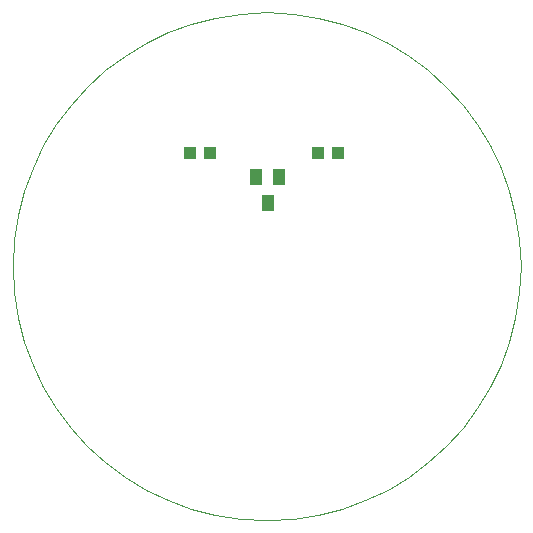
<source format=gbp>
G04 EAGLE Gerber RS-274X export*
G75*
%MOMM*%
%FSLAX34Y34*%
%LPD*%
%INSolder paste bottom*%
%IPPOS*%
%AMOC8*
5,1,8,0,0,1.08239X$1,22.5*%
G01*
%ADD10C,0.001000*%
%ADD11R,1.000000X1.100000*%
%ADD12R,1.000000X1.400000*%


D10*
X455400Y240400D02*
X454290Y218418D01*
X451032Y197070D01*
X445734Y176466D01*
X438504Y156712D01*
X429451Y137918D01*
X418681Y120192D01*
X406305Y103640D01*
X392428Y88372D01*
X377160Y74496D01*
X360609Y62119D01*
X342882Y51349D01*
X324088Y42296D01*
X304334Y35066D01*
X283730Y29768D01*
X262383Y26510D01*
X240400Y25400D01*
X218418Y26510D01*
X197070Y29768D01*
X176466Y35066D01*
X156712Y42296D01*
X137918Y51349D01*
X120192Y62119D01*
X103640Y74496D01*
X88372Y88372D01*
X74496Y103640D01*
X62119Y120192D01*
X51349Y137918D01*
X42296Y156712D01*
X35066Y176466D01*
X29768Y197070D01*
X26510Y218418D01*
X25400Y240400D01*
X26510Y262383D01*
X29768Y283730D01*
X35066Y304334D01*
X42296Y324088D01*
X51349Y342882D01*
X62119Y360609D01*
X74496Y377160D01*
X88372Y392428D01*
X103640Y406305D01*
X120192Y418681D01*
X137918Y429451D01*
X156712Y438504D01*
X176466Y445734D01*
X197070Y451032D01*
X218418Y454290D01*
X240400Y455400D01*
X262383Y454290D01*
X283730Y451032D01*
X304334Y445734D01*
X324088Y438504D01*
X342882Y429451D01*
X360609Y418681D01*
X377160Y406305D01*
X392428Y392428D01*
X406305Y377160D01*
X418681Y360609D01*
X429451Y342882D01*
X438504Y324088D01*
X445734Y304334D01*
X451032Y283730D01*
X454290Y262383D01*
X455400Y240400D01*
D11*
X300600Y336550D03*
X283600Y336550D03*
X192650Y336550D03*
X175650Y336550D03*
D12*
X231800Y315800D03*
X241300Y293800D03*
X250800Y315800D03*
M02*

</source>
